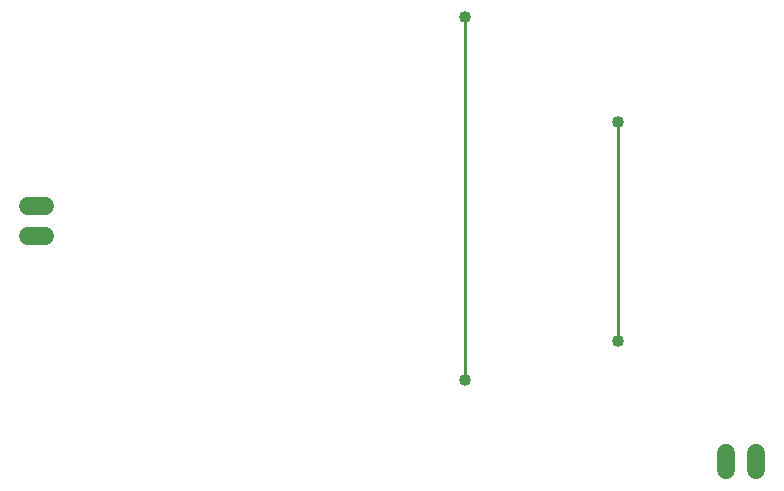
<source format=gbl>
G75*
%MOIN*%
%OFA0B0*%
%FSLAX25Y25*%
%IPPOS*%
%LPD*%
%AMOC8*
5,1,8,0,0,1.08239X$1,22.5*
%
%ADD10C,0.05937*%
%ADD11C,0.01000*%
%ADD12C,0.04000*%
D10*
X0020031Y0101800D02*
X0025969Y0101800D01*
X0025969Y0111800D02*
X0020031Y0111800D01*
X0253000Y0029769D02*
X0253000Y0023831D01*
X0263000Y0023831D02*
X0263000Y0029769D01*
D11*
X0217000Y0066800D02*
X0217000Y0139800D01*
X0166000Y0174800D02*
X0166000Y0053800D01*
D12*
X0166000Y0053800D03*
X0217000Y0066800D03*
X0217000Y0139800D03*
X0166000Y0174800D03*
M02*

</source>
